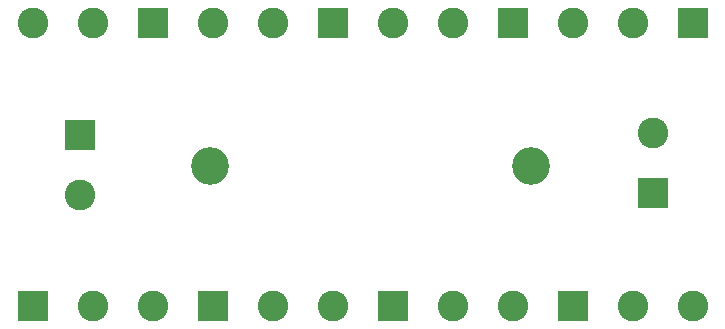
<source format=gbr>
%TF.GenerationSoftware,KiCad,Pcbnew,7.0.7*%
%TF.CreationDate,2023-09-03T21:45:32+02:00*%
%TF.ProjectId,SplitX_2,53706c69-7458-45f3-922e-6b696361645f,rev?*%
%TF.SameCoordinates,Original*%
%TF.FileFunction,Soldermask,Bot*%
%TF.FilePolarity,Negative*%
%FSLAX46Y46*%
G04 Gerber Fmt 4.6, Leading zero omitted, Abs format (unit mm)*
G04 Created by KiCad (PCBNEW 7.0.7) date 2023-09-03 21:45:32*
%MOMM*%
%LPD*%
G01*
G04 APERTURE LIST*
%ADD10R,2.600000X2.600000*%
%ADD11C,2.600000*%
%ADD12C,3.200000*%
G04 APERTURE END LIST*
D10*
%TO.C,J5*%
X220218000Y-43891000D03*
D11*
X215138000Y-43891000D03*
X210058000Y-43891000D03*
%TD*%
D10*
%TO.C,Je*%
X210080000Y-67818000D03*
D11*
X215160000Y-67818000D03*
X220240000Y-67818000D03*
%TD*%
D10*
%TO.C,J4*%
X194840000Y-67818000D03*
D11*
X199920000Y-67818000D03*
X205000000Y-67818000D03*
%TD*%
D10*
%TO.C,J1*%
X198831000Y-53335000D03*
D11*
X198831000Y-58415000D03*
%TD*%
D10*
%TO.C,J8*%
X225298000Y-67818000D03*
D11*
X230378000Y-67818000D03*
X235458000Y-67818000D03*
%TD*%
D10*
%TO.C,J2*%
X250703000Y-43891000D03*
D11*
X245623000Y-43891000D03*
X240543000Y-43891000D03*
%TD*%
D12*
%TO.C,REF\u002A\u002A*%
X209804000Y-56000000D03*
%TD*%
%TO.C,REF\u002A\u002A*%
X237000000Y-56000000D03*
%TD*%
D10*
%TO.C,J7*%
X204978000Y-43891000D03*
D11*
X199898000Y-43891000D03*
X194818000Y-43891000D03*
%TD*%
D10*
%TO.C,J9*%
X240544000Y-67818000D03*
D11*
X245624000Y-67818000D03*
X250704000Y-67818000D03*
%TD*%
D10*
%TO.C,J10*%
X247305000Y-58291000D03*
D11*
X247305000Y-53211000D03*
%TD*%
D10*
%TO.C,J3*%
X235458000Y-43891000D03*
D11*
X230378000Y-43891000D03*
X225298000Y-43891000D03*
%TD*%
M02*

</source>
